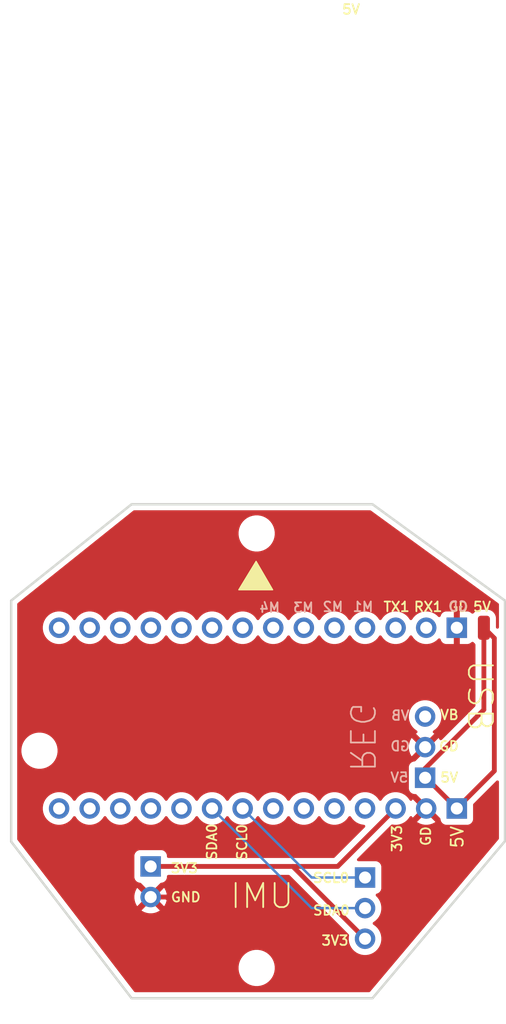
<source format=kicad_pcb>
(kicad_pcb (version 20241229) (generator "pcbnew") (generator_version "9.0")
  (layers (0 "F.Cu" signal) (2 "B.Cu" signal) (13 "F.Paste" user) (15 "B.Paste" user) (5 "F.SilkS" user "F.Silkscreen") (7 "B.SilkS" user "B.Silkscreen") (1 "F.Mask" user) (3 "B.Mask" user) (25 "Edge.Cuts" user))
  (net 0 "")
  (net 1 "/CS")
  (net 2 "/MOSI")
  (net 3 "/GND")
  (net 4 "/MISO")
  (net 5 "/3V3")
  (net 6 "/SCK")
  (net 11 "/5V")
  (net 12 "/SCL1")
  (net 13 "/SDA0")
  (net 14 "/SDA1")
  (net 15 "/SCL0")
  (net 16 "/VBAT")
  (net 17 "/M3")
  (net 18 "/M2")
  (net 19 "/M1")
  (net 20 "/M4")
  (net 25 "/RX1")
  (net 26 "/TX1")
  (footprint "Connector_Wire:SolderWirePad_1x01_SMD_1x2mm" (layer "F.Cu") (at 164.25 76.25)
    (property "Reference" "J5" (hide yes))
    (property "Value" "Conn_01x01_Socket" (hide yes))
    (pad "1" smd roundrect (at 0 0) (size 1 2) (layers "F.Cu" "F.Mask") (net 11 "/5V"))
  )
  (footprint "Connector_PinSocket_2.54mm:PinSocket_1x03_P2.54mm_Vertical" (layer "F.Cu") (at 154.381618 96.979403)
    (property "Reference" "J3" (hide yes))
    (property "Value" "Conn_01x03_Socket" (hide yes))
    (pad "1" thru_hole rect (at 0 0) (size 1.7 1.7) (drill 1) (layers "*.Cu" "*.Mask") (net 15 "/SCL0"))
    (pad "2" thru_hole circle (at 0 2.54) (size 1.7 1.7) (drill 1) (layers "*.Cu" "*.Mask") (net 13 "/SDA0"))
    (pad "3" thru_hole circle (at 0 5.08) (size 1.7 1.7) (drill 1) (layers "*.Cu" "*.Mask") (net 5 "/3V3"))
  )
  (footprint "Connector_PinSocket_2.54mm:PinSocket_1x02_P2.54mm_Vertical" (layer "F.Cu") (at 136.581618 96.059403)
    (property "Reference" "J6" (hide yes))
    (property "Value" "Conn_01x02_Socket" (hide yes))
    (pad "1" thru_hole rect (at 0 0) (size 1.7 1.7) (drill 1) (layers "*.Cu" "*.Mask") (net 5 "/3V3"))
    (pad "2" thru_hole circle (at 0 2.54) (size 1.7 1.7) (drill 1) (layers "*.Cu" "*.Mask") (net 3 "/GND"))
  )
  (footprint "MountingHole:MountingHole_2.5mm" (layer "F.Cu") (at 163.101704 88.625281 -135)
    (property "Reference" "H1" (hide yes))
    (property "Value" "MountingHole" (hide yes))
    (pad "" np_thru_hole circle (at -1.75575 1.313782 225) (size 2.5 2.5) (drill 2.5) (layers "*.Cu" "*.Mask"))
  )
  (footprint "Connector_PinHeader_2.54mm:PinHeader_1x03_P2.54mm_Vertical" (layer "F.Cu") (at 159.37 88.7 180)
    (property "Reference" "J4" (hide yes))
    (property "Value" "Conn_01x03_Socket" (hide yes))
    (pad "1" thru_hole rect (at 0 0 180) (size 1.7 1.7) (drill 1) (layers "*.Cu" "*.Mask") (net 11 "/5V"))
    (pad "2" thru_hole circle (at 0 2.54 180) (size 1.7 1.7) (drill 1) (layers "*.Cu" "*.Mask") (net 3 "/GND"))
    (pad "3" thru_hole circle (at 0 5.08 180) (size 1.7 1.7) (drill 1) (layers "*.Cu" "*.Mask") (net 16 "/VBAT"))
  )
  (footprint "Connector_PinSocket_2.54mm:PinSocket_1x14_P2.54mm_Vertical" (layer "F.Cu") (at 162 76.25 -90)
    (property "Reference" "J1" (hide yes))
    (property "Value" "Conn_01x14_Socket" (hide yes))
    (pad "1" thru_hole rect (at 0 0 270) (size 1.7 1.7) (drill 1) (layers "*.Cu" "*.Mask") (net 3 "/GND"))
    (pad "2" thru_hole circle (at 0 2.54 270) (size 1.7 1.7) (drill 1) (layers "*.Cu" "*.Mask") (net 25 "/RX1"))
    (pad "3" thru_hole circle (at 0 5.08 270) (size 1.7 1.7) (drill 1) (layers "*.Cu" "*.Mask") (net 26 "/TX1"))
    (pad "4" thru_hole circle (at 0 7.62 270) (size 1.7 1.7) (drill 1) (layers "*.Cu" "*.Mask") (net 19 "/M1"))
    (pad "5" thru_hole circle (at 0 10.16 270) (size 1.7 1.7) (drill 1) (layers "*.Cu" "*.Mask") (net 18 "/M2"))
    (pad "6" thru_hole circle (at 0 12.7 270) (size 1.7 1.7) (drill 1) (layers "*.Cu" "*.Mask") (net 17 "/M3"))
    (pad "7" thru_hole circle (at 0 15.24 270) (size 1.7 1.7) (drill 1) (layers "*.Cu" "*.Mask") (net 20 "/M4"))
    (pad "8" thru_hole circle (at 0 17.78 270) (size 1.7 1.7) (drill 1) (layers "*.Cu" "*.Mask"))
    (pad "9" thru_hole circle (at 0 20.32 270) (size 1.7 1.7) (drill 1) (layers "*.Cu" "*.Mask"))
    (pad "10" thru_hole circle (at 0 22.86 270) (size 1.7 1.7) (drill 1) (layers "*.Cu" "*.Mask"))
    (pad "11" thru_hole circle (at 0 25.4 270) (size 1.7 1.7) (drill 1) (layers "*.Cu" "*.Mask"))
    (pad "12" thru_hole circle (at 0 27.94 270) (size 1.7 1.7) (drill 1) (layers "*.Cu" "*.Mask") (net 1 "/CS"))
    (pad "13" thru_hole circle (at 0 30.48 270) (size 1.7 1.7) (drill 1) (layers "*.Cu" "*.Mask") (net 2 "/MOSI"))
    (pad "14" thru_hole circle (at 0 33.02 270) (size 1.7 1.7) (drill 1) (layers "*.Cu" "*.Mask") (net 4 "/MISO"))
  )
  (footprint "Connector_PinSocket_2.54mm:PinSocket_1x14_P2.54mm_Vertical" (layer "F.Cu") (at 162 91.25 -90)
    (property "Reference" "J2" (hide yes))
    (property "Value" "Conn_01x14_Socket" (hide yes))
    (pad "1" thru_hole rect (at 0 0 270) (size 1.7 1.7) (drill 1) (layers "*.Cu" "*.Mask") (net 11 "/5V"))
    (pad "2" thru_hole circle (at 0 2.54 270) (size 1.7 1.7) (drill 1) (layers "*.Cu" "*.Mask") (net 3 "/GND"))
    (pad "3" thru_hole circle (at 0 5.08 270) (size 1.7 1.7) (drill 1) (layers "*.Cu" "*.Mask") (net 5 "/3V3"))
    (pad "4" thru_hole circle (at 0 7.62 270) (size 1.7 1.7) (drill 1) (layers "*.Cu" "*.Mask"))
    (pad "5" thru_hole circle (at 0 10.16 270) (size 1.7 1.7) (drill 1) (layers "*.Cu" "*.Mask"))
    (pad "6" thru_hole circle (at 0 12.7 270) (size 1.7 1.7) (drill 1) (layers "*.Cu" "*.Mask"))
    (pad "7" thru_hole circle (at 0 15.24 270) (size 1.7 1.7) (drill 1) (layers "*.Cu" "*.Mask"))
    (pad "8" thru_hole circle (at 0 17.78 270) (size 1.7 1.7) (drill 1) (layers "*.Cu" "*.Mask") (net 15 "/SCL0"))
    (pad "9" thru_hole circle (at 0 20.32 270) (size 1.7 1.7) (drill 1) (layers "*.Cu" "*.Mask") (net 13 "/SDA0"))
    (pad "10" thru_hole circle (at 0 22.86 270) (size 1.7 1.7) (drill 1) (layers "*.Cu" "*.Mask") (net 14 "/SDA1"))
    (pad "11" thru_hole circle (at 0 25.4 270) (size 1.7 1.7) (drill 1) (layers "*.Cu" "*.Mask") (net 12 "/SCL1"))
    (pad "12" thru_hole circle (at 0 27.94 270) (size 1.7 1.7) (drill 1) (layers "*.Cu" "*.Mask"))
    (pad "13" thru_hole circle (at 0 30.48 270) (size 1.7 1.7) (drill 1) (layers "*.Cu" "*.Mask"))
    (pad "14" thru_hole circle (at 0 33.02 270) (size 1.7 1.7) (drill 1) (layers "*.Cu" "*.Mask") (net 6 "/SCK"))
  )
  (footprint "MountingHole:MountingHole_2.5mm" (layer "F.Cu") (at 145.097037 71.565493 -135)
    (property "Reference" "H1" (hide yes))
    (property "Value" "MountingHole" (hide yes))
    (pad "" np_thru_hole circle (at -2.42388 2.019469 225) (size 2.5 2.5) (drill 2.5) (layers "*.Cu" "*.Mask"))
  )
  (footprint "" (layer "F.Cu") (at 159.5246 92.039788 -135)
    (property "Reference" "" (at 0 0 45) (layer "F.SilkS") (effects (font (size 1.27 1.27))))
    (property "Value" "")
    (pad "" np_thru_hole circle (at 18.800435 1.198809 225) (size 2.5 2.5) (drill 2.5) (layers "*.Cu" "*.Mask"))
  )
  (footprint "" (layer "F.Cu") (at 141.519934 74.98 -135)
    (property "Reference" "" (at 0 0 45) (layer "F.SilkS") (effects (font (size 1.27 1.27))))
    (property "Value" "")
    (pad "" np_thru_hole circle (at 18.132305 1.904495 225) (size 2.5 2.5) (drill 2.5) (layers "*.Cu" "*.Mask"))
  )
  (gr_poly (pts (xy 145.336865 70.738929) (xy 143.9 73.1) (xy 146.71 73.1)) (stroke (width 0.1)) (fill yes) (layer "F.SilkS"))
  (gr_line (start 155 107) (end 135 107) (stroke (width 0.2)) (layer "Edge.Cuts"))
  (gr_line (start 125 74) (end 125 94) (stroke (width 0.2)) (layer "Edge.Cuts"))
  (gr_line (start 155 66) (end 135 66) (stroke (width 0.2)) (layer "Edge.Cuts"))
  (gr_line (start 135 66) (end 125 74) (stroke (width 0.2)) (layer "Edge.Cuts"))
  (gr_line (start 166 93.96) (end 166 74) (stroke (width 0.2)) (layer "Edge.Cuts"))
  (gr_line (start 125 94) (end 135 107) (stroke (width 0.2)) (layer "Edge.Cuts"))
  (gr_line (start 166 93.96) (end 155 107) (stroke (width 0.2)) (layer "Edge.Cuts"))
  (gr_line (start 166 74) (end 155 66) (stroke (width 0.2)) (layer "Edge.Cuts"))
  (gr_text "3V3" (at 157.5 94.95 90) (layer "F.SilkS") (effects (font (size 0.8 0.8)) (justify left bottom)))
  (gr_text "SCL0" (at 144.64 95.63 90) (layer "F.SilkS") (effects (font (size 0.8 0.8)) (justify left bottom)))
  (gr_text "USB" (at 162.75 78.8 270) (layer "F.SilkS") (effects (font (size 2 2)) (justify left bottom)))
  (gr_text "3V3" (at 138.181618 96.679403 0) (layer "F.SilkS") (effects (font (size 0.8 0.8)) (justify left bottom)))
  (gr_text "SCL0" (at 149.981618 97.479403 0) (layer "F.SilkS") (effects (font (size 0.8 0.8)) (justify left bottom)))
  (gr_text "VB" (at 160.55 83.95 0) (layer "F.SilkS") (effects (font (size 0.8 0.8)) (justify left bottom)))
  (gr_text "SDA0" (at 149.981618 100.179403 0) (layer "F.SilkS") (effects (font (size 0.8 0.8)) (justify left bottom)))
  (gr_text "RX1" (at 158.356912 74.98 0) (layer "F.SilkS") (effects (font (size 0.8 0.8)) (justify left bottom)))
  (gr_text "GD" (at 161.231223 74.98 0) (layer "F.SilkS") (effects (font (size 0.8 0.8)) (justify left bottom)))
  (gr_text "TX1" (at 155.833905 74.98 0) (layer "F.SilkS") (effects (font (size 0.8 0.8)) (justify left bottom)))
  (gr_text "5V" (at 160.55 89.15 0) (layer "F.SilkS") (effects (font (size 0.8 0.8)) (justify left bottom)))
  (gr_text "SDA0" (at 142.14 95.62 90) (layer "F.SilkS") (effects (font (size 0.8 0.8)) (justify left bottom)))
  (gr_text "5V" (at 163.27 74.98 0) (layer "F.SilkS") (effects (font (size 0.8 0.8)) (justify left bottom)))
  (gr_text "5V" (at 152.4 25.4 0) (layer "F.SilkS") (effects (font (size 0.8 0.8)) (justify left bottom)))
  (gr_text "GD" (at 160.45 86.55 0) (layer "F.SilkS") (effects (font (size 0.8 0.8)) (justify left bottom)))
  (gr_text "3V3" (at 150.681618 102.679403 0) (layer "F.SilkS") (effects (font (size 0.8 0.8)) (justify left bottom)))
  (gr_text "GND" (at 138.181618 99.079403 0) (layer "F.SilkS") (effects (font (size 0.8 0.8)) (justify left bottom)))
  (gr_text "5V" (at 162.625 94.625 90) (layer "F.SilkS") (effects (font (size 1 1)) (justify left bottom)))
  (gr_text "IMU" (at 143.064629 99.68625 0) (layer "F.SilkS") (effects (font (size 2 2)) (justify left bottom)))
  (gr_text "GD" (at 159.9 94.44 90) (layer "F.SilkS") (effects (font (size 0.8 0.8)) (justify left bottom)))
  (gr_text "M1" (at 155.15 74.98 0) (layer "B.SilkS") (effects (font (size 0.8 0.8)) (justify left bottom mirror)))
  (gr_text "GD" (at 158.2 86.55 0) (layer "B.SilkS") (effects (font (size 0.8 0.8)) (justify left bottom mirror)))
  (gr_text "M4" (at 147.4 75.05 0) (layer "B.SilkS") (effects (font (size 0.8 0.8)) (justify left bottom mirror)))
  (gr_text "M2" (at 152.65 74.98 0) (layer "B.SilkS") (effects (font (size 0.8 0.8)) (justify left bottom mirror)))
  (gr_text "REG" (at 152.95 88.35 270) (layer "B.SilkS") (effects (font (size 2 2)) (justify left bottom mirror)))
  (gr_text "VB" (at 158.15 84 0) (layer "B.SilkS") (effects (font (size 0.8 0.8)) (justify left bottom mirror)))
  (gr_text "5V" (at 158.05 89.15 0) (layer "B.SilkS") (effects (font (size 0.8 0.8)) (justify left bottom mirror)))
  (gr_text "M3" (at 150.2 75.05 0) (layer "B.SilkS") (effects (font (size 0.8 0.8)) (justify left bottom mirror)))
  (gr_text "GD" (at 163 74.95 0) (layer "B.SilkS") (effects (font (size 0.8 0.8)) (justify left bottom mirror)))
  (segment (start 137.901618 98.599403) (end 137.981618 98.679403) (width 0.4) (layer "F.Cu") (net 3))
  (segment (start 136.581618 98.599403) (end 137.901618 98.599403) (width 0.4) (layer "F.Cu") (net 3))
  (segment (start 159.46 91.25) (end 159.46 91.33) (width 0.4) (layer "F.Cu") (net 3))
  (segment (start 148.381618 96.059403) (end 154.381618 102.059403) (width 0.4) (layer "F.Cu") (net 5))
  (segment (start 148.381618 96.059403) (end 152.110597 96.059403) (width 0.4) (layer "F.Cu") (net 5))
  (segment (start 136.581618 96.059403) (end 148.381618 96.059403) (width 0.4) (layer "F.Cu") (net 5))
  (segment (start 152.110597 96.059403) (end 156.92 91.25) (width 0.4) (layer "F.Cu") (net 5))
  (segment (start 164.25 76.25) (end 164.25 83.049182) (width 0.4) (layer "F.Cu") (net 11))
  (segment (start 165.115223 88.134777) (end 165.115223 77.115223) (width 0.4) (layer "F.Cu") (net 11))
  (segment (start 159.37 88.7) (end 159.45 88.7) (width 0.2) (layer "F.Cu") (net 11))
  (segment (start 159.45 88.7) (end 162 91.25) (width 0.4) (layer "F.Cu") (net 11))
  (segment (start 164.25 83.049182) (end 159.37 87.929182) (width 0.4) (layer "F.Cu") (net 11))
  (segment (start 159.37 87.929182) (end 159.37 88.7) (width 0.4) (layer "F.Cu") (net 11))
  (segment (start 162 91.25) (end 165.115223 88.134777) (width 0.4) (layer "F.Cu") (net 11))
  (segment (start 165.115223 77.115223) (end 164.25 76.25) (width 0.4) (layer "F.Cu") (net 11))
  (segment (start 141.68 91.25) (end 149.949403 99.519403) (width 0.2) (layer "B.Cu") (net 13))
  (segment (start 149.949403 99.519403) (end 154.381618 99.519403) (width 0.2) (layer "B.Cu") (net 13))
  (segment (start 144.22 91.25) (end 149.949403 96.979403) (width 0.2) (layer "B.Cu") (net 15))
  (segment (start 149.949403 96.979403) (end 154.381618 96.979403) (width 0.2) (layer "B.Cu") (net 15))
  (zone (net 3) (net_name "/GND") (layer "F.Cu") (connect_pads (clearance 0.5)) (min_thickness 0.25) (fill yes (thermal_gap 0.5) (thermal_bridge_width 0.5))
    (polygon (pts (xy 124.073406 62.792208) (xy 166 62.745718) (xy 166 109.142431) (xy 124.212875 109.142431) (xy 124.096796 62.828911)))
  )
)
</source>
